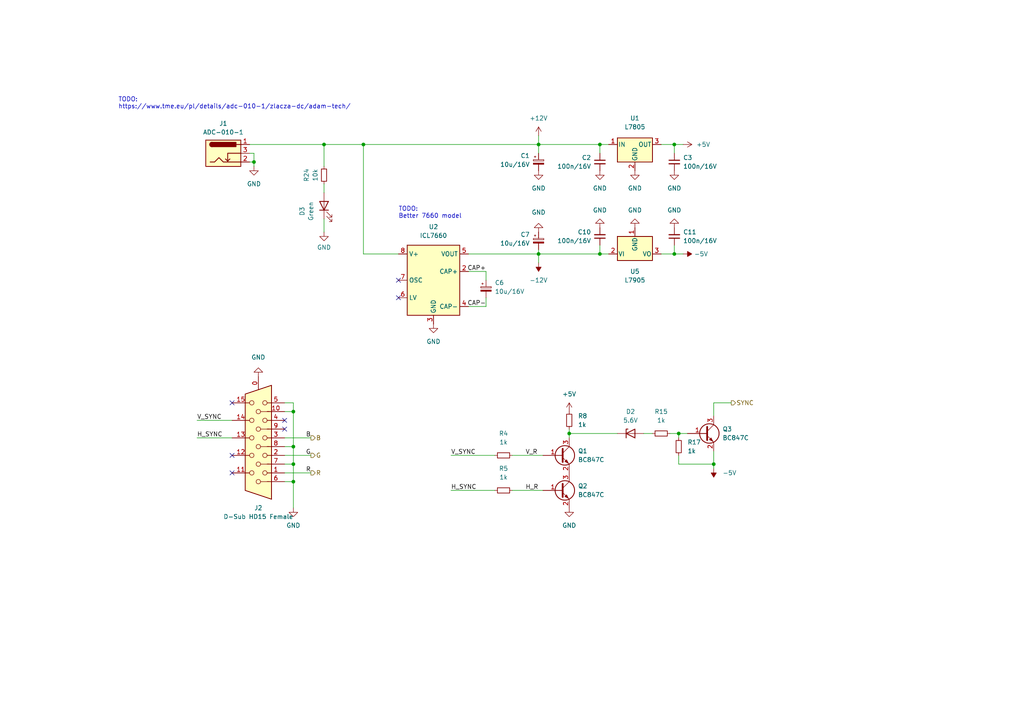
<source format=kicad_sch>
(kicad_sch (version 20211123) (generator eeschema)
  (paper "A4")
  (lib_symbols
    (symbol "Connector:Barrel_Jack_Switch" (pin_names hide)
      (property "Reference" "J" (at 0 5.334 0))
      (property "Value" "Barrel_Jack_Switch" (at 0 -5.08 0))
      (symbol "Barrel_Jack_Switch_0_1"
        (rectangle (start -5.08 3.81) (end 5.08 -3.81) (stroke (width 0.254)) (fill (type background)))
        (arc (start -3.302 3.175) (mid -3.937 2.54) (end -3.302 1.905) (stroke (width 0.254)))
        (arc (start -3.302 3.175) (mid -3.937 2.54) (end -3.302 1.905) (stroke (width 0.254)) (fill (type outline)))
        (polyline (pts (xy 1.27 -2.286) (xy 1.905 -1.651)) (stroke (width 0.254)))
        (polyline (pts (xy 5.08 2.54) (xy 3.81 2.54)) (stroke (width 0.254)))
        (polyline (pts (xy 5.08 0) (xy 1.27 0) (xy 1.27 -2.286) (xy 0.635 -1.651)) (stroke (width 0.254)))
        (polyline (pts (xy -3.81 -2.54) (xy -2.54 -2.54) (xy -1.27 -1.27) (xy 0 -2.54) (xy 2.54 -2.54) (xy 5.08 -2.54)) (stroke (width 0.254)))
        (rectangle (start 3.683 3.175) (end -3.302 1.905) (stroke (width 0.254)) (fill (type outline)))
      )
      (symbol "Barrel_Jack_Switch_1_1"
        (pin passive line (at 7.62 2.54 180) (length 2.54) (name "~") (number "1"))
        (pin passive line (at 7.62 -2.54 180) (length 2.54) (name "~") (number "2"))
        (pin passive line (at 7.62 0 180) (length 2.54) (name "~") (number "3"))
      )
    )
    (symbol "Connector:DB15_Female_HighDensity_MountingHoles" (pin_names (offset 1.016) hide)
      (property "Reference" "J" (at 0 21.59 0))
      (property "Value" "DB15_Female_HighDensity_MountingHoles" (at 0 19.05 0))
      (symbol "DB15_Female_HighDensity_MountingHoles_0_1"
        (circle (center -1.905 -10.16) (radius 0.635))
        (circle (center -1.905 -5.08) (radius 0.635))
        (circle (center -1.905 0) (radius 0.635))
        (circle (center -1.905 5.08) (radius 0.635))
        (circle (center -1.905 10.16) (radius 0.635))
        (circle (center 0 -7.62) (radius 0.635))
        (circle (center 0 -2.54) (radius 0.635))
        (polyline (pts (xy -3.175 7.62) (xy -0.635 7.62)))
        (polyline (pts (xy -0.635 -7.62) (xy -3.175 -7.62)))
        (polyline (pts (xy -0.635 -2.54) (xy -3.175 -2.54)))
        (polyline (pts (xy -0.635 2.54) (xy -3.175 2.54)))
        (polyline (pts (xy -0.635 12.7) (xy -3.175 12.7)))
        (polyline (pts (xy -3.81 17.78) (xy -3.81 -15.24) (xy 3.81 -12.7) (xy 3.81 15.24) (xy -3.81 17.78)) (stroke (width 0.254)) (fill (type background)))
        (circle (center 0 2.54) (radius 0.635))
        (circle (center 0 7.62) (radius 0.635))
        (circle (center 0 12.7) (radius 0.635))
        (circle (center 1.905 -10.16) (radius 0.635))
        (circle (center 1.905 -5.08) (radius 0.635))
        (circle (center 1.905 0) (radius 0.635))
        (circle (center 1.905 5.08) (radius 0.635))
        (circle (center 1.905 10.16) (radius 0.635))
      )
      (symbol "DB15_Female_HighDensity_MountingHoles_1_1"
        (pin passive line (at 0 -17.78 90) (length 3.81) (name "~") (number "0"))
        (pin passive line (at -7.62 10.16 0) (length 5.08) (name "~") (number "1"))
        (pin passive line (at -7.62 -7.62 0) (length 5.08) (name "~") (number "10"))
        (pin passive line (at 7.62 10.16 180) (length 5.08) (name "~") (number "11"))
        (pin passive line (at 7.62 5.08 180) (length 5.08) (name "~") (number "12"))
        (pin passive line (at 7.62 0 180) (length 5.08) (name "~") (number "13"))
        (pin passive line (at 7.62 -5.08 180) (length 5.08) (name "~") (number "14"))
        (pin passive line (at 7.62 -10.16 180) (length 5.08) (name "~") (number "15"))
        (pin passive line (at -7.62 5.08 0) (length 5.08) (name "~") (number "2"))
        (pin passive line (at -7.62 0 0) (length 5.08) (name "~") (number "3"))
        (pin passive line (at -7.62 -5.08 0) (length 5.08) (name "~") (number "4"))
        (pin passive line (at -7.62 -10.16 0) (length 5.08) (name "~") (number "5"))
        (pin passive line (at -7.62 12.7 0) (length 5.08) (name "~") (number "6"))
        (pin passive line (at -7.62 7.62 0) (length 5.08) (name "~") (number "7"))
        (pin passive line (at -7.62 2.54 0) (length 5.08) (name "~") (number "8"))
        (pin passive line (at -7.62 -2.54 0) (length 5.08) (name "~") (number "9"))
      )
    )
    (symbol "Device:C_Polarized_Small" (pin_numbers hide) (pin_names (offset 0.254) hide)
      (property "Reference" "C" (at 0.254 1.778 0))
      (property "Value" "C_Polarized_Small" (at 0.254 -2.032 0))
      (symbol "C_Polarized_Small_0_1"
        (rectangle (start -1.524 -0.3048) (end 1.524 -0.6858) (fill (type outline)))
        (rectangle (start -1.524 0.6858) (end 1.524 0.3048))
        (polyline (pts (xy -1.27 1.524) (xy -0.762 1.524)))
        (polyline (pts (xy -1.016 1.27) (xy -1.016 1.778)))
      )
      (symbol "C_Polarized_Small_1_1"
        (pin passive line (at 0 2.54 270) (length 1.8542) (name "~") (number "1"))
        (pin passive line (at 0 -2.54 90) (length 1.8542) (name "~") (number "2"))
      )
    )
    (symbol "Device:C_Small" (pin_numbers hide) (pin_names (offset 0.254) hide)
      (property "Reference" "C" (at 0.254 1.778 0))
      (property "Value" "C_Small" (at 0.254 -2.032 0))
      (symbol "C_Small_0_1"
        (polyline (pts (xy -1.524 -0.508) (xy 1.524 -0.508)) (stroke (width 0.3302)))
        (polyline (pts (xy -1.524 0.508) (xy 1.524 0.508)) (stroke (width 0.3048)))
      )
      (symbol "C_Small_1_1"
        (pin passive line (at 0 2.54 270) (length 2.032) (name "~") (number "1"))
        (pin passive line (at 0 -2.54 90) (length 2.032) (name "~") (number "2"))
      )
    )
    (symbol "Device:D_Zener" (pin_numbers hide) (pin_names (offset 1.016) hide)
      (property "Reference" "D" (at 0 2.54 0))
      (property "Value" "D_Zener" (at 0 -2.54 0))
      (symbol "D_Zener_0_1"
        (polyline (pts (xy 1.27 0) (xy -1.27 0)))
        (polyline (pts (xy -1.27 -1.27) (xy -1.27 1.27) (xy -0.762 1.27)) (stroke (width 0.254)))
        (polyline (pts (xy 1.27 -1.27) (xy 1.27 1.27) (xy -1.27 0) (xy 1.27 -1.27)) (stroke (width 0.254)))
      )
      (symbol "D_Zener_1_1"
        (pin passive line (at -3.81 0 0) (length 2.54) (name "K") (number "1"))
        (pin passive line (at 3.81 0 180) (length 2.54) (name "A") (number "2"))
      )
    )
    (symbol "Device:LED" (pin_numbers hide) (pin_names (offset 1.016) hide)
      (property "Reference" "D" (at 0 2.54 0))
      (property "Value" "LED" (at 0 -2.54 0))
      (symbol "LED_0_1"
        (polyline (pts (xy -1.27 -1.27) (xy -1.27 1.27)) (stroke (width 0.254)))
        (polyline (pts (xy -1.27 0) (xy 1.27 0)))
        (polyline (pts (xy 1.27 -1.27) (xy 1.27 1.27) (xy -1.27 0) (xy 1.27 -1.27)) (stroke (width 0.254)))
        (polyline (pts (xy -3.048 -0.762) (xy -4.572 -2.286) (xy -3.81 -2.286) (xy -4.572 -2.286) (xy -4.572 -1.524)))
        (polyline (pts (xy -1.778 -0.762) (xy -3.302 -2.286) (xy -2.54 -2.286) (xy -3.302 -2.286) (xy -3.302 -1.524)))
      )
      (symbol "LED_1_1"
        (pin passive line (at -3.81 0 0) (length 2.54) (name "K") (number "1"))
        (pin passive line (at 3.81 0 180) (length 2.54) (name "A") (number "2"))
      )
    )
    (symbol "Device:Q_NPN_BEC" (pin_names (offset 0) hide)
      (property "Reference" "Q" (at 5.08 1.27 0))
      (property "Value" "Q_NPN_BEC" (at 5.08 -1.27 0))
      (symbol "Q_NPN_BEC_0_1"
        (polyline (pts (xy 0.635 0.635) (xy 2.54 2.54)))
        (polyline (pts (xy 0.635 -0.635) (xy 2.54 -2.54) (xy 2.54 -2.54)))
        (polyline (pts (xy 0.635 1.905) (xy 0.635 -1.905) (xy 0.635 -1.905)) (stroke (width 0.508)))
        (polyline (pts (xy 1.27 -1.778) (xy 1.778 -1.27) (xy 2.286 -2.286) (xy 1.27 -1.778) (xy 1.27 -1.778)) (fill (type outline)))
        (circle (center 1.27 0) (radius 2.8194) (stroke (width 0.254)))
      )
      (symbol "Q_NPN_BEC_1_1"
        (pin input line (at -5.08 0 0) (length 5.715) (name "B") (number "1"))
        (pin passive line (at 2.54 -5.08 90) (length 2.54) (name "E") (number "2"))
        (pin passive line (at 2.54 5.08 270) (length 2.54) (name "C") (number "3"))
      )
    )
    (symbol "Device:R_Small" (pin_numbers hide) (pin_names (offset 0.254) hide)
      (property "Reference" "R" (at 0.762 0.508 0))
      (property "Value" "R_Small" (at 0.762 -1.016 0))
      (symbol "R_Small_0_1"
        (rectangle (start -0.762 1.778) (end 0.762 -1.778) (stroke (width 0.2032)))
      )
      (symbol "R_Small_1_1"
        (pin passive line (at 0 2.54 270) (length 0.762) (name "~") (number "1"))
        (pin passive line (at 0 -2.54 90) (length 0.762) (name "~") (number "2"))
      )
    )
    (symbol "Regulator_Linear:L7805" (pin_names (offset 0.254))
      (property "Reference" "U" (at -3.81 3.175 0))
      (property "Value" "L7805" (at 0 3.175 0))
      (symbol "L7805_0_1"
        (rectangle (start -5.08 1.905) (end 5.08 -5.08) (stroke (width 0.254)) (fill (type background)))
      )
      (symbol "L7805_1_1"
        (pin power_in line (at -7.62 0 0) (length 2.54) (name "IN") (number "1"))
        (pin power_in line (at 0 -7.62 90) (length 2.54) (name "GND") (number "2"))
        (pin power_out line (at 7.62 0 180) (length 2.54) (name "OUT") (number "3"))
      )
    )
    (symbol "Regulator_Linear:L7905" (pin_names (offset 0.254))
      (property "Reference" "U" (at -3.81 -3.175 0))
      (property "Value" "L7905" (at 0 -3.175 0))
      (symbol "L7905_0_1"
        (rectangle (start -5.08 5.08) (end 5.08 -1.905) (stroke (width 0.254)) (fill (type background)))
      )
      (symbol "L7905_1_1"
        (pin power_in line (at 0 7.62 270) (length 2.54) (name "GND") (number "1"))
        (pin power_in line (at -7.62 0 0) (length 2.54) (name "VI") (number "2"))
        (pin power_out line (at 7.62 0 180) (length 2.54) (name "VO") (number "3"))
      )
    )
    (symbol "Regulator_SwitchedCapacitor:ICL7660"
      (property "Reference" "U" (at -6.35 11.43 0))
      (property "Value" "ICL7660" (at 3.81 11.43 0))
      (symbol "ICL7660_0_1"
        (rectangle (start -7.62 10.16) (end 7.62 -10.16) (stroke (width 0.254)) (fill (type background)))
      )
      (symbol "ICL7660_1_1"
        (pin no_connect line (at -7.62 5.08 0) (length 2.54) hide (name "NC") (number "1"))
        (pin input line (at 10.16 2.54 180) (length 2.54) (name "CAP+") (number "2"))
        (pin power_in line (at 0 -12.7 90) (length 2.54) (name "GND") (number "3"))
        (pin input line (at 10.16 -7.62 180) (length 2.54) (name "CAP-") (number "4"))
        (pin power_out line (at 10.16 7.62 180) (length 2.54) (name "VOUT") (number "5"))
        (pin input line (at -10.16 -5.08 0) (length 2.54) (name "LV") (number "6"))
        (pin input line (at -10.16 0 0) (length 2.54) (name "OSC") (number "7"))
        (pin power_in line (at -10.16 7.62 0) (length 2.54) (name "V+") (number "8"))
      )
    )
    (symbol "power:+12V" (power) (pin_names (offset 0))
      (property "Value" "+12V" (at 0 3.556 0))
      (symbol "+12V_0_1"
        (polyline (pts (xy -0.762 1.27) (xy 0 2.54)))
        (polyline (pts (xy 0 0) (xy 0 2.54)))
        (polyline (pts (xy 0 2.54) (xy 0.762 1.27)))
      )
      (symbol "+12V_1_1"
        (pin power_in line (at 0 0 90) (length 0) hide (name "+12V") (number "1"))
      )
    )
    (symbol "power:+5V" (power) (pin_names (offset 0))
      (property "Value" "+5V" (at 0 3.556 0))
      (symbol "+5V_0_1"
        (polyline (pts (xy -0.762 1.27) (xy 0 2.54)))
        (polyline (pts (xy 0 0) (xy 0 2.54)))
        (polyline (pts (xy 0 2.54) (xy 0.762 1.27)))
      )
      (symbol "+5V_1_1"
        (pin power_in line (at 0 0 90) (length 0) hide (name "+5V") (number "1"))
      )
    )
    (symbol "power:-12V" (power) (pin_names (offset 0))
      (property "Value" "-12V" (at 0 3.81 0))
      (symbol "-12V_0_0"
        (pin power_in line (at 0 0 90) (length 0) hide (name "-12V") (number "1"))
      )
      (symbol "-12V_0_1"
        (polyline (pts (xy 0 0) (xy 0 1.27) (xy 0.762 1.27) (xy 0 2.54) (xy -0.762 1.27) (xy 0 1.27)) (fill (type outline)))
      )
    )
    (symbol "power:-5V" (power) (pin_names (offset 0))
      (property "Value" "-5V" (at 0 3.81 0))
      (symbol "-5V_0_0"
        (pin power_in line (at 0 0 90) (length 0) hide (name "-5V") (number "1"))
      )
      (symbol "-5V_0_1"
        (polyline (pts (xy 0 0) (xy 0 1.27) (xy 0.762 1.27) (xy 0 2.54) (xy -0.762 1.27) (xy 0 1.27)) (fill (type outline)))
      )
    )
    (symbol "power:GND" (power) (pin_names (offset 0))
      (property "Value" "GND" (at 0 -3.81 0))
      (symbol "GND_0_1"
        (polyline (pts (xy 0 0) (xy 0 -1.27) (xy 1.27 -1.27) (xy 0 -2.54) (xy -1.27 -1.27) (xy 0 -1.27)))
      )
      (symbol "GND_1_1"
        (pin power_in line (at 0 0 270) (length 0) hide (name "GND") (number "1"))
      )
    )
  )
  (junction (at 105.41 41.91))
  (junction (at 156.21 73.66))
  (junction (at 85.09 119.38))
  (junction (at 73.66 46.99))
  (junction (at 93.98 41.91))
  (junction (at 85.09 134.62))
  (junction (at 173.99 41.91))
  (junction (at 196.85 125.73))
  (junction (at 173.99 73.66))
  (junction (at 85.09 139.7))
  (junction (at 195.58 73.66))
  (junction (at 165.1 125.73))
  (junction (at 85.09 129.54))
  (junction (at 207.01 134.62))
  (junction (at 195.58 41.91))
  (junction (at 156.21 41.91))
  (no_connect (at 67.31 132.08))
  (no_connect (at 82.55 121.92))
  (no_connect (at 67.31 137.16))
  (no_connect (at 82.55 124.46))
  (no_connect (at 115.57 81.28))
  (no_connect (at 115.57 86.36))
  (no_connect (at 67.31 116.84))
  (wire (pts (xy 207.01 116.84) (xy 212.09 116.84)))
  (wire (pts (xy 207.01 134.62) (xy 196.85 134.62)))
  (wire (pts (xy 140.97 86.36) (xy 140.97 88.9)))
  (wire (pts (xy 195.58 41.91) (xy 195.58 44.45)))
  (wire (pts (xy 207.01 130.81) (xy 207.01 134.62)))
  (wire (pts (xy 90.17 132.08) (xy 82.55 132.08)))
  (wire (pts (xy 85.09 129.54) (xy 82.55 129.54)))
  (wire (pts (xy 85.09 119.38) (xy 85.09 129.54)))
  (wire (pts (xy 191.77 73.66) (xy 195.58 73.66)))
  (wire (pts (xy 196.85 134.62) (xy 196.85 132.08)))
  (wire (pts (xy 165.1 124.46) (xy 165.1 125.73)))
  (wire (pts (xy 173.99 41.91) (xy 176.53 41.91)))
  (wire (pts (xy 85.09 116.84) (xy 85.09 119.38)))
  (wire (pts (xy 191.77 41.91) (xy 195.58 41.91)))
  (wire (pts (xy 85.09 119.38) (xy 82.55 119.38)))
  (wire (pts (xy 148.59 142.24) (xy 157.48 142.24)))
  (wire (pts (xy 85.09 139.7) (xy 85.09 147.32)))
  (wire (pts (xy 130.81 132.08) (xy 143.51 132.08)))
  (wire (pts (xy 105.41 41.91) (xy 105.41 73.66)))
  (wire (pts (xy 85.09 129.54) (xy 85.09 134.62)))
  (wire (pts (xy 57.15 127) (xy 67.31 127)))
  (wire (pts (xy 140.97 88.9) (xy 135.89 88.9)))
  (wire (pts (xy 57.15 121.92) (xy 67.31 121.92)))
  (wire (pts (xy 156.21 41.91) (xy 173.99 41.91)))
  (wire (pts (xy 156.21 39.37) (xy 156.21 41.91)))
  (wire (pts (xy 105.41 41.91) (xy 93.98 41.91)))
  (wire (pts (xy 189.23 125.73) (xy 186.69 125.73)))
  (wire (pts (xy 195.58 41.91) (xy 198.12 41.91)))
  (wire (pts (xy 90.17 137.16) (xy 82.55 137.16)))
  (wire (pts (xy 73.66 44.45) (xy 73.66 46.99)))
  (wire (pts (xy 93.98 41.91) (xy 93.98 48.26)))
  (wire (pts (xy 156.21 41.91) (xy 156.21 44.45)))
  (wire (pts (xy 73.66 46.99) (xy 72.39 46.99)))
  (wire (pts (xy 93.98 67.31) (xy 93.98 63.5)))
  (wire (pts (xy 195.58 73.66) (xy 198.12 73.66)))
  (wire (pts (xy 72.39 44.45) (xy 73.66 44.45)))
  (wire (pts (xy 165.1 125.73) (xy 165.1 127)))
  (wire (pts (xy 73.66 48.26) (xy 73.66 46.99)))
  (wire (pts (xy 207.01 134.62) (xy 207.01 135.89)))
  (wire (pts (xy 148.59 132.08) (xy 157.48 132.08)))
  (wire (pts (xy 207.01 120.65) (xy 207.01 116.84)))
  (wire (pts (xy 165.1 125.73) (xy 179.07 125.73)))
  (wire (pts (xy 173.99 71.12) (xy 173.99 73.66)))
  (wire (pts (xy 173.99 73.66) (xy 176.53 73.66)))
  (wire (pts (xy 105.41 41.91) (xy 156.21 41.91)))
  (wire (pts (xy 82.55 116.84) (xy 85.09 116.84)))
  (wire (pts (xy 173.99 44.45) (xy 173.99 41.91)))
  (wire (pts (xy 90.17 127) (xy 82.55 127)))
  (wire (pts (xy 105.41 73.66) (xy 115.57 73.66)))
  (wire (pts (xy 156.21 73.66) (xy 173.99 73.66)))
  (wire (pts (xy 195.58 71.12) (xy 195.58 73.66)))
  (wire (pts (xy 135.89 78.74) (xy 140.97 78.74)))
  (wire (pts (xy 156.21 72.39) (xy 156.21 73.66)))
  (wire (pts (xy 196.85 125.73) (xy 196.85 127)))
  (wire (pts (xy 135.89 73.66) (xy 156.21 73.66)))
  (wire (pts (xy 199.39 125.73) (xy 196.85 125.73)))
  (wire (pts (xy 85.09 134.62) (xy 85.09 139.7)))
  (wire (pts (xy 196.85 125.73) (xy 194.31 125.73)))
  (wire (pts (xy 85.09 139.7) (xy 82.55 139.7)))
  (wire (pts (xy 72.39 41.91) (xy 93.98 41.91)))
  (wire (pts (xy 156.21 73.66) (xy 156.21 76.2)))
  (wire (pts (xy 85.09 134.62) (xy 82.55 134.62)))
  (wire (pts (xy 140.97 78.74) (xy 140.97 81.28)))
  (wire (pts (xy 93.98 53.34) (xy 93.98 55.88)))
  (wire (pts (xy 130.81 142.24) (xy 143.51 142.24)))
  (text "TODO:\nhttps://www.tme.eu/pl/details/adc-010-1/zlacza-dc/adam-tech/" (at 34.29 31.75 0) (effects (font (size 1.27 1.27)) (justify left bottom)))
  (text "TODO:\nBetter 7660 model" (at 115.57 63.5 0) (effects (font (size 1.27 1.27)) (justify left bottom)))
  (label "H_SYNC" (at 130.81 142.24 0))
  (label "B" (at 90.17 127 180))
  (label "H_SYNC" (at 57.15 127 0))
  (label "CAP+" (at 140.97 78.74 180))
  (label "CAP-" (at 140.97 88.9 180))
  (label "G" (at 90.17 132.08 180))
  (label "V_SYNC" (at 57.15 121.92 0))
  (label "H_R" (at 152.4 142.24 0))
  (label "V_SYNC" (at 130.81 132.08 0))
  (label "R" (at 90.17 137.16 180))
  (label "V_R" (at 152.4 132.08 0))
  (hierarchical_label "G" (shape output) (at 90.17 132.08 0))
  (hierarchical_label "R" (shape output) (at 90.17 137.16 0))
  (hierarchical_label "B" (shape output) (at 90.17 127 0))
  (hierarchical_label "SYNC" (shape output) (at 212.09 116.84 0))
  (symbol (lib_id "Regulator_Linear:L7905") (at 184.15 73.66 0) (unit 1)
    (property "Reference" "U5" (at 184.15 78.74 0))
    (property "Value" "L7905" (at 184.15 81.28 0))
    (property "Footprint" "Package_TO_SOT_SMD:SOT-89-3" (effects hide))
    (property "Datasheet" "http://www.st.com/content/ccc/resource/technical/document/datasheet/c9/16/86/41/c7/2b/45/f2/CD00000450.pdf/files/CD00000450.pdf/jcr:content/translations/en.CD00000450.pdf" (effects hide))
  )
  (symbol (lib_id "power:+5V") (at 165.1 119.38 0) (unit 1)
    (property "Reference" "#PWR014" (effects hide))
    (property "Value" "+5V" (at 165.1 114.3 0))
  )
  (symbol (lib_id "Device:C_Polarized_Small") (at 156.21 46.99 0) (unit 1)
    (property "Reference" "C1" (at 153.67 45.1738 0) (effects (justify right)))
    (property "Value" "10u/16V" (at 153.67 47.7138 0) (effects (justify right)))
    (property "Footprint" "Capacitor_SMD:C_1206_3216Metric" (effects hide))
    (property "Manufacturer" "Generic" (effects hide))
    (property "Part Number" "10u/16V" (effects hide))
    (property "TME" "UVR1C100MDD" (effects hide))
  )
  (symbol (lib_id "power:GND") (at 173.99 49.53 0) (unit 1)
    (property "Reference" "#PWR06" (effects hide))
    (property "Value" "GND" (at 173.99 54.61 0))
  )
  (symbol (lib_id "Device:C_Small") (at 195.58 46.99 0) (unit 1)
    (property "Reference" "C3" (at 198.12 45.7262 0) (effects (justify left)))
    (property "Value" "100n/16V" (at 198.12 48.2662 0) (effects (justify left)))
    (property "Footprint" "Capacitor_SMD:C_0603_1608Metric" (effects hide))
    (property "Manufacturer" "Generic" (effects hide))
    (property "Part Number" "100n/16V" (effects hide))
  )
  (symbol (lib_id "power:GND") (at 73.66 48.26 0) (unit 1)
    (property "Reference" "#PWR01" (effects hide))
    (property "Value" "GND" (at 73.66 53.34 0))
  )
  (symbol (lib_id "Device:C_Small") (at 173.99 46.99 0) (unit 1)
    (property "Reference" "C2" (at 171.45 45.7262 0) (effects (justify right)))
    (property "Value" "100n/16V" (at 171.45 48.2662 0) (effects (justify right)))
    (property "Footprint" "Capacitor_SMD:C_0603_1608Metric" (effects hide))
    (property "Manufacturer" "Generic" (effects hide))
    (property "Part Number" "100n/16V" (effects hide))
  )
  (symbol (lib_id "power:-5V") (at 198.12 73.66 270) (unit 1)
    (property "Reference" "#PWR0106" (effects hide))
    (property "Value" "-5V" (at 201.295 73.6599 90) (effects (justify left)))
  )
  (symbol (lib_id "Device:C_Small") (at 173.99 68.58 180) (unit 1)
    (property "Reference" "C10" (at 171.45 67.3035 0) (effects (justify left)))
    (property "Value" "100n/16V" (at 171.45 69.8435 0) (effects (justify left)))
    (property "Footprint" "Capacitor_SMD:C_0603_1608Metric" (effects hide))
    (property "Manufacturer" "Generic" (effects hide))
    (property "Part Number" "100n/16V" (effects hide))
  )
  (symbol (lib_id "power:GND") (at 156.21 49.53 0) (unit 1)
    (property "Reference" "#PWR02" (effects hide))
    (property "Value" "GND" (at 156.21 54.61 0))
  )
  (symbol (lib_id "Device:C_Small") (at 195.58 68.58 180) (unit 1)
    (property "Reference" "C11" (at 198.12 67.3035 0) (effects (justify right)))
    (property "Value" "100n/16V" (at 198.12 69.8435 0) (effects (justify right)))
    (property "Footprint" "Capacitor_SMD:C_0603_1608Metric" (effects hide))
    (property "Manufacturer" "Generic" (effects hide))
    (property "Part Number" "100n/16V" (effects hide))
  )
  (symbol (lib_id "Device:R_Small") (at 196.85 129.54 0) (unit 1)
    (property "Reference" "R17" (at 199.39 128.2699 0) (effects (justify left)))
    (property "Value" "1k" (at 199.39 130.8099 0) (effects (justify left)))
    (property "Footprint" "Resistor_SMD:R_0603_1608Metric" (effects hide))
  )
  (symbol (lib_id "power:+12V") (at 156.21 39.37 0) (unit 1)
    (property "Reference" "#PWR0107" (effects hide))
    (property "Value" "+12V" (at 156.21 34.29 0))
  )
  (symbol (lib_id "power:+5V") (at 198.12 41.91 270) (unit 1)
    (property "Reference" "#PWR013" (effects hide))
    (property "Value" "+5V" (at 201.93 41.9099 90) (effects (justify left)))
  )
  (symbol (lib_id "power:GND") (at 125.73 93.98 0) (unit 1)
    (property "Reference" "#PWR019" (effects hide))
    (property "Value" "GND" (at 125.73 99.06 0))
  )
  (symbol (lib_id "power:GND") (at 74.93 109.22 0) (mirror x) (unit 1)
    (property "Reference" "#PWR03" (effects hide))
    (property "Value" "GND" (at 74.93 103.632 0))
  )
  (symbol (lib_id "Device:R_Small") (at 146.05 142.24 90) (unit 1)
    (property "Reference" "R5" (at 146.05 135.89 90))
    (property "Value" "1k" (at 146.05 138.43 90))
    (property "Footprint" "Resistor_SMD:R_0603_1608Metric" (effects hide))
  )
  (symbol (lib_id "power:GND") (at 195.58 66.04 180) (unit 1)
    (property "Reference" "#PWR0105" (effects hide))
    (property "Value" "GND" (at 195.58 60.96 0))
  )
  (symbol (lib_id "Device:R_Small") (at 165.1 121.92 0) (unit 1)
    (property "Reference" "R8" (at 167.64 120.6499 0) (effects (justify left)))
    (property "Value" "1k" (at 167.64 123.1899 0) (effects (justify left)))
    (property "Footprint" "Resistor_SMD:R_0603_1608Metric" (effects hide))
  )
  (symbol (lib_id "power:GND") (at 85.09 147.32 0) (mirror y) (unit 1)
    (property "Reference" "#PWR05" (effects hide))
    (property "Value" "GND" (at 85.09 152.4 0))
  )
  (symbol (lib_id "Device:D_Zener") (at 182.88 125.73 0) (unit 1)
    (property "Reference" "D2" (at 182.88 119.38 0))
    (property "Value" "5.6V" (at 182.88 121.92 0))
    (property "Footprint" "Diode_SMD:D_SOD-323_HandSoldering" (effects hide))
    (property "Datasheet" "https://www.tme.eu/Document/faaef3a3ceea8ac2addceecf95f9ce09/BZX384_SER.pdf" (effects hide))
    (property "Manufacturer" "Vishay" (effects hide))
    (property "Part Number" "BZX384-C5V6,115" (effects hide))
    (property "TME" "BZX384-C5V6.115" (effects hide))
  )
  (symbol (lib_id "Device:C_Polarized_Small") (at 140.97 83.82 0) (unit 1)
    (property "Reference" "C6" (at 143.51 82.0038 0) (effects (justify left)))
    (property "Value" "10u/16V" (at 143.51 84.5438 0) (effects (justify left)))
    (property "Footprint" "Capacitor_SMD:C_1206_3216Metric" (effects hide))
    (property "Manufacturer" "Generic" (effects hide))
    (property "Part Number" "10u/16V" (effects hide))
    (property "TME" "UVR1C100MDD" (effects hide))
  )
  (symbol (lib_id "power:GND") (at 156.21 67.31 180) (unit 1)
    (property "Reference" "#PWR027" (effects hide))
    (property "Value" "GND" (at 156.21 61.595 0))
  )
  (symbol (lib_id "power:GND") (at 165.1 147.32 0) (unit 1)
    (property "Reference" "#PWR015" (effects hide))
    (property "Value" "GND" (at 165.1 152.4 0))
  )
  (symbol (lib_id "Connector:DB15_Female_HighDensity_MountingHoles") (at 74.93 127 180) (unit 1)
    (property "Reference" "J2" (at 74.93 147.32 0))
    (property "Value" "D-Sub HD15 Female" (at 74.93 149.86 0))
    (property "Footprint" "Connector_Dsub:DSUB-15-HD_Female_Vertical_P2.29x1.98mm_MountingHoles" (effects hide))
  )
  (symbol (lib_id "power:GND") (at 184.15 66.04 180) (unit 1)
    (property "Reference" "#PWR0108" (effects hide))
    (property "Value" "GND" (at 184.15 60.96 0))
  )
  (symbol (lib_id "Device:Q_NPN_BEC") (at 204.47 125.73 0) (unit 1)
    (property "Reference" "Q3" (at 209.55 124.4599 0) (effects (justify left)))
    (property "Value" "BC847C" (at 209.55 126.9999 0) (effects (justify left)))
    (property "Footprint" "Package_TO_SOT_SMD:SOT-23" (effects hide))
    (property "Manufacturer" "Generic" (effects hide))
    (property "Part Number" "BC847C" (effects hide))
    (property "TME" "BC847C.215" (effects hide))
  )
  (symbol (lib_id "Device:R_Small") (at 146.05 132.08 90) (unit 1)
    (property "Reference" "R4" (at 146.05 125.73 90))
    (property "Value" "1k" (at 146.05 128.27 90))
    (property "Footprint" "Resistor_SMD:R_0603_1608Metric" (effects hide))
  )
  (symbol (lib_id "power:GND") (at 173.99 66.04 180) (unit 1)
    (property "Reference" "#PWR0104" (effects hide))
    (property "Value" "GND" (at 173.99 60.96 0))
  )
  (symbol (lib_id "Regulator_SwitchedCapacitor:ICL7660") (at 125.73 81.28 0) (unit 1)
    (property "Reference" "U2" (at 125.73 65.786 0))
    (property "Value" "ICL7660" (at 125.73 68.326 0))
    (property "Footprint" "Package_SO:SOIC-8_3.9x4.9mm_P1.27mm" (effects hide))
    (property "Datasheet" "https://www.renesas.com/us/en/document/dst/icl7660s-icl7660a-datasheet" (effects hide))
    (property "Manufacturer" "Renesas/Intersil" (effects hide))
    (property "Mouser" "968-ICL7660AIBAZA" (effects hide))
    (property "Part Number" "ICL7660AIBAZA" (effects hide))
    (property "TME" "ICL7660AIBAZA" (effects hide))
  )
  (symbol (lib_id "power:-12V") (at 156.21 76.2 180) (unit 1)
    (property "Reference" "#PWR0103" (effects hide))
    (property "Value" "-12V" (at 156.21 81.28 0))
  )
  (symbol (lib_id "Connector:Barrel_Jack_Switch") (at 64.77 44.45 0) (unit 1)
    (property "Reference" "J1" (at 64.77 35.814 0))
    (property "Value" "ADC-010-1" (at 64.77 38.354 0))
    (property "Footprint" "lib:ADC-010-1" (effects hide))
    (property "Datasheet" "https://www.tme.eu/Document/05dab4b7875099fd8e7418b78490fe4b/TME%20-%20ADC-010-X%20%28DRAWING%2020131104%29.pdf" (effects hide))
    (property "Manufacturer" "Adam Tech" (effects hide))
    (property "Part Number" "ADC-010-1" (effects hide))
    (property "TME" "ADC-010-1" (effects hide))
  )
  (symbol (lib_id "Device:R_Small") (at 191.77 125.73 90) (unit 1)
    (property "Reference" "R15" (at 191.77 119.38 90))
    (property "Value" "1k" (at 191.77 121.92 90))
    (property "Footprint" "Resistor_SMD:R_0603_1608Metric" (effects hide))
  )
  (symbol (lib_id "power:GND") (at 195.58 49.53 0) (unit 1)
    (property "Reference" "#PWR011" (effects hide))
    (property "Value" "GND" (at 195.58 54.61 0))
  )
  (symbol (lib_id "Device:Q_NPN_BEC") (at 162.56 142.24 0) (unit 1)
    (property "Reference" "Q2" (at 167.64 140.9699 0) (effects (justify left)))
    (property "Value" "BC847C" (at 167.64 143.5099 0) (effects (justify left)))
    (property "Footprint" "Package_TO_SOT_SMD:SOT-23" (effects hide))
    (property "Manufacturer" "Generic" (effects hide))
    (property "Part Number" "BC847C" (effects hide))
    (property "TME" "BC847C.215" (effects hide))
  )
  (symbol (lib_id "Device:R_Small") (at 93.98 50.8 180) (unit 1)
    (property "Reference" "R24" (at 88.9 50.8 90))
    (property "Value" "10k" (at 91.44 50.8 90))
    (property "Footprint" "Resistor_SMD:R_0603_1608Metric" (effects hide))
  )
  (symbol (lib_id "power:GND") (at 184.15 49.53 0) (unit 1)
    (property "Reference" "#PWR08" (effects hide))
    (property "Value" "GND" (at 184.15 54.61 0))
  )
  (symbol (lib_id "Device:Q_NPN_BEC") (at 162.56 132.08 0) (unit 1)
    (property "Reference" "Q1" (at 167.64 130.8099 0) (effects (justify left)))
    (property "Value" "BC847C" (at 167.64 133.3499 0) (effects (justify left)))
    (property "Footprint" "Package_TO_SOT_SMD:SOT-23" (effects hide))
    (property "Manufacturer" "Generic" (effects hide))
    (property "Part Number" "BC847C" (effects hide))
    (property "TME" "BC847C.215" (effects hide))
  )
  (symbol (lib_id "Device:LED") (at 93.98 59.69 90) (unit 1)
    (property "Reference" "D3" (at 87.63 61.2775 0))
    (property "Value" "Green" (at 90.17 61.2775 0))
    (property "Footprint" "LED_SMD:LED_0805_2012Metric" (effects hide))
    (property "Manufacturer" "Generic" (effects hide))
    (property "Part Number" "LED 0805 Green" (effects hide))
    (property "TME" "LTST-C170KGKT" (effects hide))
  )
  (symbol (lib_id "Device:C_Polarized_Small") (at 156.21 69.85 0) (unit 1)
    (property "Reference" "C7" (at 153.67 68.0338 0) (effects (justify right)))
    (property "Value" "10u/16V" (at 153.67 70.5738 0) (effects (justify right)))
    (property "Footprint" "Capacitor_SMD:C_1206_3216Metric" (effects hide))
    (property "Manufacturer" "Generic" (effects hide))
    (property "Part Number" "10u/16V" (effects hide))
    (property "TME" "UVR1C100MDD" (effects hide))
  )
  (symbol (lib_id "Regulator_Linear:L7805") (at 184.15 41.91 0) (unit 1)
    (property "Reference" "U1" (at 184.15 34.29 0))
    (property "Value" "L7805" (at 184.15 36.83 0))
    (property "Footprint" "Package_TO_SOT_SMD:SOT-89-3" (effects hide))
    (property "Datasheet" "http://www.st.com/content/ccc/resource/technical/document/datasheet/41/4f/b3/b0/12/d4/47/88/CD00000444.pdf/files/CD00000444.pdf/jcr:content/translations/en.CD00000444.pdf" (effects hide))
  )
  (symbol (lib_id "power:-5V") (at 207.01 135.89 180) (unit 1)
    (property "Reference" "#PWR025" (effects hide))
    (property "Value" "-5V" (at 209.55 137.1599 0) (effects (justify right)))
  )
  (symbol (lib_id "power:GND") (at 93.98 67.31 0) (unit 1)
    (property "Reference" "#PWR036" (effects hide))
    (property "Value" "GND" (at 93.98 71.755 0))
  )
)
</source>
